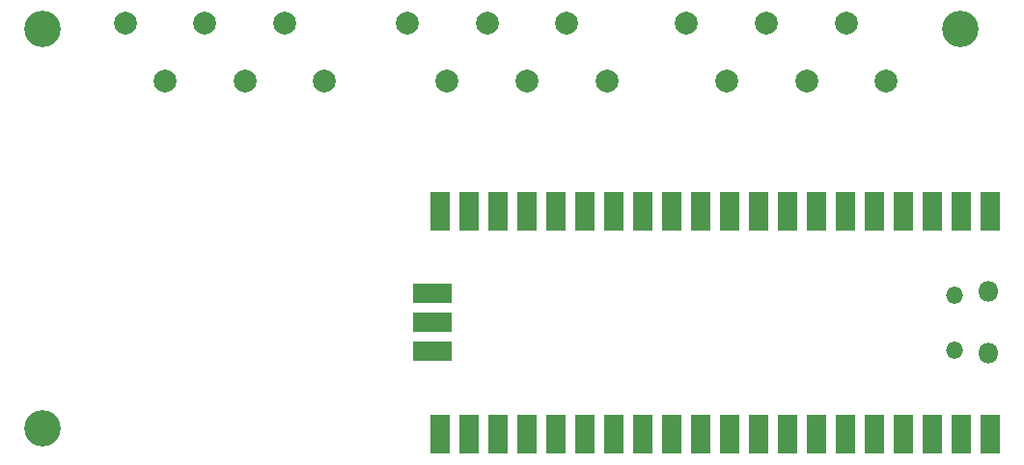
<source format=gbr>
%TF.GenerationSoftware,KiCad,Pcbnew,7.0.9-7.0.9~ubuntu22.04.1*%
%TF.CreationDate,2023-12-10T20:03:09+01:00*%
%TF.ProjectId,door_if4_usb.v2,646f6f72-5f69-4663-945f-7573622e7632,rev?*%
%TF.SameCoordinates,Original*%
%TF.FileFunction,Soldermask,Bot*%
%TF.FilePolarity,Negative*%
%FSLAX46Y46*%
G04 Gerber Fmt 4.6, Leading zero omitted, Abs format (unit mm)*
G04 Created by KiCad (PCBNEW 7.0.9-7.0.9~ubuntu22.04.1) date 2023-12-10 20:03:09*
%MOMM*%
%LPD*%
G01*
G04 APERTURE LIST*
%ADD10C,2.000000*%
%ADD11C,3.200000*%
%ADD12O,1.800000X1.800000*%
%ADD13O,1.500000X1.500000*%
%ADD14R,1.700000X3.500000*%
%ADD15R,3.500000X1.700000*%
G04 APERTURE END LIST*
D10*
%TO.C,J1*%
X139000000Y-99500000D03*
X135500000Y-94500000D03*
X132000000Y-99500000D03*
X128500000Y-94500000D03*
X125000000Y-99500000D03*
X121500000Y-94500000D03*
%TD*%
D11*
%TO.C,H3*%
X65000000Y-130000000D03*
%TD*%
D10*
%TO.C,J3*%
X89750000Y-99500000D03*
X86250000Y-94500000D03*
X82750000Y-99500000D03*
X79250000Y-94500000D03*
X75750000Y-99500000D03*
X72250000Y-94500000D03*
%TD*%
%TO.C,J2*%
X114500000Y-99500000D03*
X111000000Y-94500000D03*
X107500000Y-99500000D03*
X104000000Y-94500000D03*
X100500000Y-99500000D03*
X97000000Y-94500000D03*
%TD*%
D11*
%TO.C,H1*%
X145500000Y-95000000D03*
%TD*%
%TO.C,H2*%
X65000000Y-95000000D03*
%TD*%
D12*
%TO.C,U1*%
X148000000Y-123450000D03*
D13*
X144970000Y-123150000D03*
X144970000Y-118300000D03*
D12*
X148000000Y-118000000D03*
D14*
X148130000Y-130515000D03*
X145590000Y-130515000D03*
X143050000Y-130515000D03*
X140510000Y-130515000D03*
X137970000Y-130515000D03*
X135430000Y-130515000D03*
X132890000Y-130515000D03*
X130350000Y-130515000D03*
X127810000Y-130515000D03*
X125270000Y-130515000D03*
X122730000Y-130515000D03*
X120190000Y-130515000D03*
X117650000Y-130515000D03*
X115110000Y-130515000D03*
X112570000Y-130515000D03*
X110030000Y-130515000D03*
X107490000Y-130515000D03*
X104950000Y-130515000D03*
X102410000Y-130515000D03*
X99870000Y-130515000D03*
X99870000Y-110935000D03*
X102410000Y-110935000D03*
X104950000Y-110935000D03*
X107490000Y-110935000D03*
X110030000Y-110935000D03*
X112570000Y-110935000D03*
X115110000Y-110935000D03*
X117650000Y-110935000D03*
X120190000Y-110935000D03*
X122730000Y-110935000D03*
X125270000Y-110935000D03*
X127810000Y-110935000D03*
X130350000Y-110935000D03*
X132890000Y-110935000D03*
X135430000Y-110935000D03*
X137970000Y-110935000D03*
X140510000Y-110935000D03*
X143050000Y-110935000D03*
X145590000Y-110935000D03*
X148130000Y-110935000D03*
D15*
X99200000Y-123265000D03*
X99200000Y-120725000D03*
X99200000Y-118185000D03*
%TD*%
M02*

</source>
